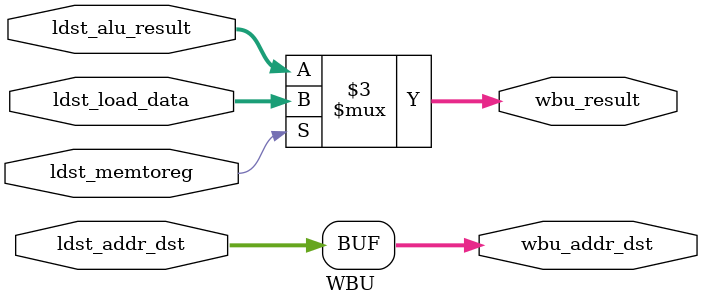
<source format=sv>
`timescale 1ns / 1ps


module WBU#(
parameter DataWidth=32,
parameter RegAddrWidth=10
)
(
    input ldst_memtoreg,
    input [RegAddrWidth-1:0]ldst_addr_dst,
    input [DataWidth-1:0]ldst_alu_result,
    input [DataWidth-1:0]ldst_load_data,
    output logic [DataWidth-1:0]wbu_result,
    output logic [RegAddrWidth-1:0]wbu_addr_dst
);

always_comb begin
    if(ldst_memtoreg)
        wbu_result = ldst_load_data;
    else
        wbu_result = ldst_alu_result;
end

assign wbu_addr_dst = ldst_addr_dst;

endmodule:WBU

</source>
